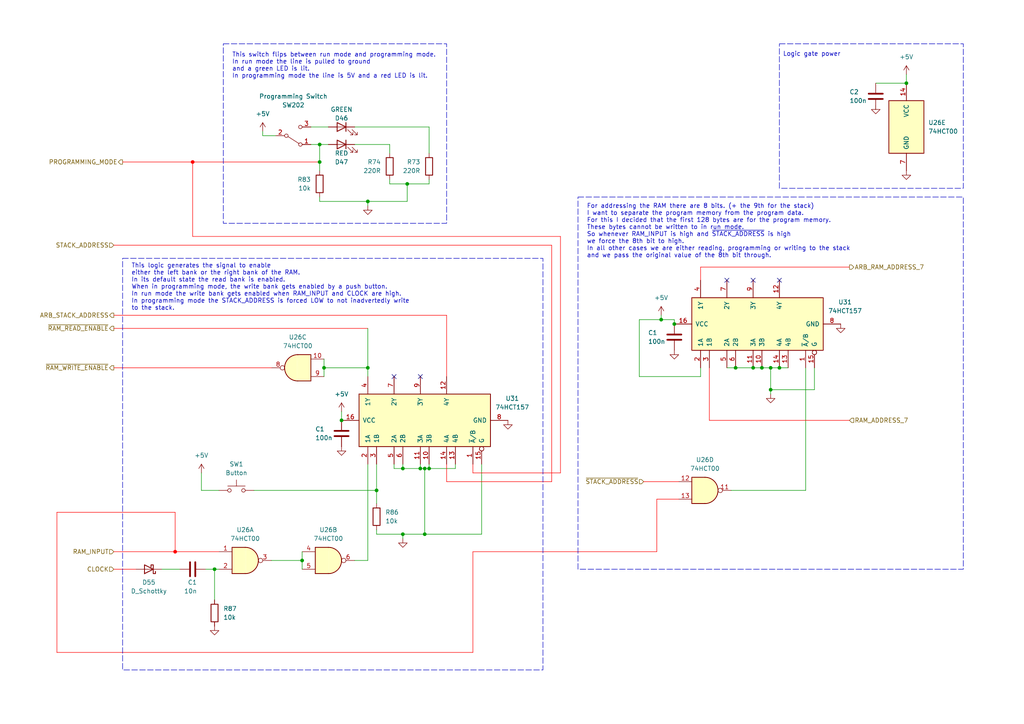
<source format=kicad_sch>
(kicad_sch (version 20230121) (generator eeschema)
  (paper "A4")
  (title_block (title "8-bit CPU") (date "2023-11-28") (rev "1.0") (company "TBR Designs"))
  (lib_symbols
    (symbol "01_my_library:74HCT157" (pin_names (offset 1.016))
      (property "Reference" "U" (at -7.62 20.32 0))
      (property "Value" "74HCT157" (at -7.62 -21.59 0))
      (symbol "74HCT157_1_0"
        (pin input line (at -12.7 -13.97 0) (length 5.08) (name "~{A}/B") (number "1"))
        (pin input line (at -12.7 -1.27 0) (length 5.08) (name "3B") (number "10"))
        (pin input line (at -12.7 1.27 0) (length 5.08) (name "3A") (number "11"))
        (pin output line (at 12.7 -6.35 180) (length 5.08) (name "4Y") (number "12"))
        (pin input line (at -12.7 -8.89 0) (length 5.08) (name "4B") (number "13"))
        (pin input line (at -12.7 -6.35 0) (length 5.08) (name "4A") (number "14"))
        (pin input inverted (at -12.7 -16.51 0) (length 5.08) (name "G") (number "15"))
        (pin power_in line (at 0 24.13 270) (length 5.08) (name "VCC") (number "16"))
        (pin input line (at -12.7 16.51 0) (length 5.08) (name "1A") (number "2"))
        (pin input line (at -12.7 13.97 0) (length 5.08) (name "1B") (number "3"))
        (pin output line (at 12.7 16.51 180) (length 5.08) (name "1Y") (number "4"))
        (pin input line (at -12.7 8.89 0) (length 5.08) (name "2A") (number "5"))
        (pin input line (at -12.7 6.35 0) (length 5.08) (name "2B") (number "6"))
        (pin output line (at 12.7 8.89 180) (length 5.08) (name "2Y") (number "7"))
        (pin power_in line (at 0 -24.13 90) (length 5.08) (name "GND") (number "8"))
        (pin output line (at 12.7 1.27 180) (length 5.08) (name "3Y") (number "9"))
      )
      (symbol "74HCT157_1_1"
        (rectangle (start -7.62 19.05) (end 7.62 -19.05) (stroke (width 0.254)) (fill (type background)))
      )
    )
    (symbol "74xx:74HCT00" (pin_names (offset 1.016))
      (property "Reference" "U" (at 0 1.27 0))
      (property "Value" "74HCT00" (at 0 -1.27 0))
      (symbol "74HCT00_1_1"
        (arc (start 0 -3.81) (mid 3.7934 0) (end 0 3.81) (stroke (width 0.254)) (fill (type background)))
        (polyline (pts (xy 0 3.81) (xy -3.81 3.81) (xy -3.81 -3.81) (xy 0 -3.81)) (stroke (width 0.254)) (fill (type background)))
        (pin input line (at -7.62 2.54 0) (length 3.81) (name "~") (number "1"))
        (pin input line (at -7.62 -2.54 0) (length 3.81) (name "~") (number "2"))
        (pin output inverted (at 7.62 0 180) (length 3.81) (name "~") (number "3"))
      )
      (symbol "74HCT00_1_2"
        (arc (start -3.81 -3.81) (mid -2.589 0) (end -3.81 3.81) (stroke (width 0.254)))
        (arc (start -0.6096 -3.81) (mid 2.1842 -2.5851) (end 3.81 0) (stroke (width 0.254)) (fill (type background)))
        (polyline (pts (xy -3.81 -3.81) (xy -0.635 -3.81)) (stroke (width 0.254)) (fill (type background)))
        (polyline (pts (xy -3.81 3.81) (xy -0.635 3.81)) (stroke (width 0.254)) (fill (type background)))
        (polyline (pts (xy -0.635 3.81) (xy -3.81 3.81) (xy -3.81 3.81) (xy -3.556 3.4036) (xy -3.0226 2.2606) (xy -2.6924 1.0414) (xy -2.6162 -0.254) (xy -2.7686 -1.4986) (xy -3.175 -2.7178) (xy -3.81 -3.81) (xy -3.81 -3.81) (xy -0.635 -3.81)) (stroke (width -25.4)) (fill (type background)))
        (arc (start 3.81 0) (mid 2.1915 2.5936) (end -0.6096 3.81) (stroke (width 0.254)) (fill (type background)))
        (pin input inverted (at -7.62 2.54 0) (length 4.318) (name "~") (number "1"))
        (pin input inverted (at -7.62 -2.54 0) (length 4.318) (name "~") (number "2"))
        (pin output line (at 7.62 0 180) (length 3.81) (name "~") (number "3"))
      )
      (symbol "74HCT00_2_1"
        (arc (start 0 -3.81) (mid 3.7934 0) (end 0 3.81) (stroke (width 0.254)) (fill (type background)))
        (polyline (pts (xy 0 3.81) (xy -3.81 3.81) (xy -3.81 -3.81) (xy 0 -3.81)) (stroke (width 0.254)) (fill (type background)))
        (pin input line (at -7.62 2.54 0) (length 3.81) (name "~") (number "4"))
        (pin input line (at -7.62 -2.54 0) (length 3.81) (name "~") (number "5"))
        (pin output inverted (at 7.62 0 180) (length 3.81) (name "~") (number "6"))
      )
      (symbol "74HCT00_2_2"
        (arc (start -3.81 -3.81) (mid -2.589 0) (end -3.81 3.81) (stroke (width 0.254)))
        (arc (start -0.6096 -3.81) (mid 2.1842 -2.5851) (end 3.81 0) (stroke (width 0.254)) (fill (type background)))
        (polyline (pts (xy -3.81 -3.81) (xy -0.635 -3.81)) (stroke (width 0.254)) (fill (type background)))
        (polyline (pts (xy -3.81 3.81) (xy -0.635 3.81)) (stroke (width 0.254)) (fill (type background)))
        (polyline (pts (xy -0.635 3.81) (xy -3.81 3.81) (xy -3.81 3.81) (xy -3.556 3.4036) (xy -3.0226 2.2606) (xy -2.6924 1.0414) (xy -2.6162 -0.254) (xy -2.7686 -1.4986) (xy -3.175 -2.7178) (xy -3.81 -3.81) (xy -3.81 -3.81) (xy -0.635 -3.81)) (stroke (width -25.4)) (fill (type background)))
        (arc (start 3.81 0) (mid 2.1915 2.5936) (end -0.6096 3.81) (stroke (width 0.254)) (fill (type background)))
        (pin input inverted (at -7.62 2.54 0) (length 4.318) (name "~") (number "4"))
        (pin input inverted (at -7.62 -2.54 0) (length 4.318) (name "~") (number "5"))
        (pin output line (at 7.62 0 180) (length 3.81) (name "~") (number "6"))
      )
      (symbol "74HCT00_3_1"
        (arc (start 0 -3.81) (mid 3.7934 0) (end 0 3.81) (stroke (width 0.254)) (fill (type background)))
        (polyline (pts (xy 0 3.81) (xy -3.81 3.81) (xy -3.81 -3.81) (xy 0 -3.81)) (stroke (width 0.254)) (fill (type background)))
        (pin input line (at -7.62 -2.54 0) (length 3.81) (name "~") (number "10"))
        (pin output inverted (at 7.62 0 180) (length 3.81) (name "~") (number "8"))
        (pin input line (at -7.62 2.54 0) (length 3.81) (name "~") (number "9"))
      )
      (symbol "74HCT00_3_2"
        (arc (start -3.81 -3.81) (mid -2.589 0) (end -3.81 3.81) (stroke (width 0.254)))
        (arc (start -0.6096 -3.81) (mid 2.1842 -2.5851) (end 3.81 0) (stroke (width 0.254)) (fill (type background)))
        (polyline (pts (xy -3.81 -3.81) (xy -0.635 -3.81)) (stroke (width 0.254)) (fill (type background)))
        (polyline (pts (xy -3.81 3.81) (xy -0.635 3.81)) (stroke (width 0.254)) (fill (type background)))
        (polyline (pts (xy -0.635 3.81) (xy -3.81 3.81) (xy -3.81 3.81) (xy -3.556 3.4036) (xy -3.0226 2.2606) (xy -2.6924 1.0414) (xy -2.6162 -0.254) (xy -2.7686 -1.4986) (xy -3.175 -2.7178) (xy -3.81 -3.81) (xy -3.81 -3.81) (xy -0.635 -3.81)) (stroke (width -25.4)) (fill (type background)))
        (arc (start 3.81 0) (mid 2.1915 2.5936) (end -0.6096 3.81) (stroke (width 0.254)) (fill (type background)))
        (pin input inverted (at -7.62 -2.54 0) (length 4.318) (name "~") (number "10"))
        (pin output line (at 7.62 0 180) (length 3.81) (name "~") (number "8"))
        (pin input inverted (at -7.62 2.54 0) (length 4.318) (name "~") (number "9"))
      )
      (symbol "74HCT00_4_1"
        (arc (start 0 -3.81) (mid 3.7934 0) (end 0 3.81) (stroke (width 0.254)) (fill (type background)))
        (polyline (pts (xy 0 3.81) (xy -3.81 3.81) (xy -3.81 -3.81) (xy 0 -3.81)) (stroke (width 0.254)) (fill (type background)))
        (pin output inverted (at 7.62 0 180) (length 3.81) (name "~") (number "11"))
        (pin input line (at -7.62 2.54 0) (length 3.81) (name "~") (number "12"))
        (pin input line (at -7.62 -2.54 0) (length 3.81) (name "~") (number "13"))
      )
      (symbol "74HCT00_4_2"
        (arc (start -3.81 -3.81) (mid -2.589 0) (end -3.81 3.81) (stroke (width 0.254)))
        (arc (start -0.6096 -3.81) (mid 2.1842 -2.5851) (end 3.81 0) (stroke (width 0.254)) (fill (type background)))
        (polyline (pts (xy -3.81 -3.81) (xy -0.635 -3.81)) (stroke (width 0.254)) (fill (type background)))
        (polyline (pts (xy -3.81 3.81) (xy -0.635 3.81)) (stroke (width 0.254)) (fill (type background)))
        (polyline (pts (xy -0.635 3.81) (xy -3.81 3.81) (xy -3.81 3.81) (xy -3.556 3.4036) (xy -3.0226 2.2606) (xy -2.6924 1.0414) (xy -2.6162 -0.254) (xy -2.7686 -1.4986) (xy -3.175 -2.7178) (xy -3.81 -3.81) (xy -3.81 -3.81) (xy -0.635 -3.81)) (stroke (width -25.4)) (fill (type background)))
        (arc (start 3.81 0) (mid 2.1915 2.5936) (end -0.6096 3.81) (stroke (width 0.254)) (fill (type background)))
        (pin output line (at 7.62 0 180) (length 3.81) (name "~") (number "11"))
        (pin input inverted (at -7.62 2.54 0) (length 4.318) (name "~") (number "12"))
        (pin input inverted (at -7.62 -2.54 0) (length 4.318) (name "~") (number "13"))
      )
      (symbol "74HCT00_5_0"
        (pin power_in line (at 0 12.7 270) (length 5.08) (name "VCC") (number "14"))
        (pin power_in line (at 0 -12.7 90) (length 5.08) (name "GND") (number "7"))
      )
      (symbol "74HCT00_5_1"
        (rectangle (start -5.08 7.62) (end 5.08 -7.62) (stroke (width 0.254)) (fill (type background)))
      )
    )
    (symbol "Device:C" (pin_numbers hide) (pin_names (offset 0.254))
      (property "Reference" "C" (at 0.635 2.54 0))
      (property "Value" "C" (at 0.635 -2.54 0))
      (symbol "C_0_1"
        (polyline (pts (xy -2.032 -0.762) (xy 2.032 -0.762)) (stroke (width 0.508)))
        (polyline (pts (xy -2.032 0.762) (xy 2.032 0.762)) (stroke (width 0.508)))
      )
      (symbol "C_1_1"
        (pin passive line (at 0 3.81 270) (length 2.794) (name "~") (number "1"))
        (pin passive line (at 0 -3.81 90) (length 2.794) (name "~") (number "2"))
      )
    )
    (symbol "Device:D_Schottky" (pin_numbers hide) (pin_names (offset 1.016) hide)
      (property "Reference" "D" (at 0 2.54 0))
      (property "Value" "D_Schottky" (at 0 -2.54 0))
      (symbol "D_Schottky_0_1"
        (polyline (pts (xy 1.27 0) (xy -1.27 0)))
        (polyline (pts (xy 1.27 1.27) (xy 1.27 -1.27) (xy -1.27 0) (xy 1.27 1.27)) (stroke (width 0.254)))
        (polyline (pts (xy -1.905 0.635) (xy -1.905 1.27) (xy -1.27 1.27) (xy -1.27 -1.27) (xy -0.635 -1.27) (xy -0.635 -0.635)) (stroke (width 0.254)))
      )
      (symbol "D_Schottky_1_1"
        (pin passive line (at -3.81 0 0) (length 2.54) (name "K") (number "1"))
        (pin passive line (at 3.81 0 180) (length 2.54) (name "A") (number "2"))
      )
    )
    (symbol "Device:LED" (pin_numbers hide) (pin_names (offset 1.016) hide)
      (property "Reference" "D" (at 0 2.54 0))
      (property "Value" "LED" (at 0 -2.54 0))
      (symbol "LED_0_1"
        (polyline (pts (xy -1.27 -1.27) (xy -1.27 1.27)) (stroke (width 0.254)))
        (polyline (pts (xy -1.27 0) (xy 1.27 0)))
        (polyline (pts (xy 1.27 -1.27) (xy 1.27 1.27) (xy -1.27 0) (xy 1.27 -1.27)) (stroke (width 0.254)))
        (polyline (pts (xy -3.048 -0.762) (xy -4.572 -2.286) (xy -3.81 -2.286) (xy -4.572 -2.286) (xy -4.572 -1.524)))
        (polyline (pts (xy -1.778 -0.762) (xy -3.302 -2.286) (xy -2.54 -2.286) (xy -3.302 -2.286) (xy -3.302 -1.524)))
      )
      (symbol "LED_1_1"
        (pin passive line (at -3.81 0 0) (length 2.54) (name "K") (number "1"))
        (pin passive line (at 3.81 0 180) (length 2.54) (name "A") (number "2"))
      )
    )
    (symbol "Device:R" (pin_numbers hide) (pin_names (offset 0))
      (property "Reference" "R" (at 2.032 0 90))
      (property "Value" "R" (at 0 0 90))
      (symbol "R_0_1"
        (rectangle (start -1.016 -2.54) (end 1.016 2.54) (stroke (width 0.254)))
      )
      (symbol "R_1_1"
        (pin passive line (at 0 3.81 270) (length 1.27) (name "~") (number "1"))
        (pin passive line (at 0 -3.81 90) (length 1.27) (name "~") (number "2"))
      )
    )
    (symbol "Switch:SW_Push" (pin_numbers hide) (pin_names (offset 1.016) hide)
      (property "Reference" "SW" (at 1.27 2.54 0))
      (property "Value" "SW_Push" (at 0 -1.524 0))
      (symbol "SW_Push_0_1"
        (circle (center -2.032 0) (radius 0.508))
        (polyline (pts (xy 0 1.27) (xy 0 3.048)))
        (polyline (pts (xy 2.54 1.27) (xy -2.54 1.27)))
        (circle (center 2.032 0) (radius 0.508))
        (pin passive line (at -5.08 0 0) (length 2.54) (name "1") (number "1"))
        (pin passive line (at 5.08 0 180) (length 2.54) (name "2") (number "2"))
      )
    )
    (symbol "Switch:SW_SPDT" (pin_names (offset 0) hide)
      (property "Reference" "SW" (at 0 4.318 0))
      (property "Value" "SW_SPDT" (at 0 -5.08 0))
      (symbol "SW_SPDT_0_0"
        (circle (center -2.032 0) (radius 0.508))
        (circle (center 2.032 -2.54) (radius 0.508))
      )
      (symbol "SW_SPDT_0_1"
        (polyline (pts (xy -1.524 0.254) (xy 1.651 2.286)))
        (circle (center 2.032 2.54) (radius 0.508))
      )
      (symbol "SW_SPDT_1_1"
        (pin passive line (at 5.08 2.54 180) (length 2.54) (name "A") (number "1"))
        (pin passive line (at -5.08 0 0) (length 2.54) (name "B") (number "2"))
        (pin passive line (at 5.08 -2.54 180) (length 2.54) (name "C") (number "3"))
      )
    )
    (symbol "power:+5V" (power) (pin_names (offset 0))
      (property "Value" "+5V" (at 0 3.556 0))
      (symbol "+5V_0_1"
        (polyline (pts (xy -0.762 1.27) (xy 0 2.54)))
        (polyline (pts (xy 0 0) (xy 0 2.54)))
        (polyline (pts (xy 0 2.54) (xy 0.762 1.27)))
      )
      (symbol "+5V_1_1"
        (pin power_in line (at 0 0 90) (length 0) hide (name "+5V") (number "1"))
      )
    )
    (symbol "power:GND" (power) (pin_names (offset 0))
      (property "Value" "GND" (at 0 -3.81 0))
      (symbol "GND_0_1"
        (polyline (pts (xy 0 0) (xy 0 -1.27) (xy 1.27 -1.27) (xy 0 -2.54) (xy -1.27 -1.27) (xy 0 -1.27)))
      )
      (symbol "GND_1_1"
        (pin power_in line (at 0 0 270) (length 0) hide (name "GND") (number "1"))
      )
    )
  )
  (junction (at 92.71 41.91))
  (junction (at 93.98 106.68))
  (junction (at 116.84 154.94))
  (junction (at 123.19 135.89))
  (junction (at 118.11 53.34))
  (junction (at 262.89 24.13))
  (junction (at 106.68 106.68))
  (junction (at 124.46 135.89))
  (junction (at 218.44 106.68))
  (junction (at 50.8 160.02) (color 255 0 0 1))
  (junction (at 223.52 113.03))
  (junction (at 62.23 165.1))
  (junction (at 109.22 142.24))
  (junction (at 213.36 106.68))
  (junction (at 87.63 162.56))
  (junction (at 55.88 46.99) (color 255 0 0 1))
  (junction (at 223.52 106.68))
  (junction (at 123.19 154.94))
  (junction (at 191.77 92.71))
  (junction (at 226.06 106.68))
  (junction (at 220.98 106.68))
  (junction (at 106.68 58.42))
  (junction (at 121.92 135.89))
  (junction (at 99.06 121.92))
  (junction (at 92.71 46.99))
  (junction (at 116.84 135.89))
  (junction (at 195.58 93.98))
  (no_connect (at 114.3 109.22))
  (no_connect (at 121.92 109.22))
  (no_connect (at 226.06 81.28))
  (no_connect (at 218.44 81.28))
  (no_connect (at 210.82 81.28))
  (wire (pts (xy 203.2 77.47) (xy 246.38 77.47)) (stroke (width 0) (color 255 0 0 1)))
  (wire (pts (xy 190.5 144.78) (xy 190.5 160.02)) (stroke (width 0) (color 255 0 0 1)))
  (wire (pts (xy 59.69 165.1) (xy 62.23 165.1)))
  (wire (pts (xy 92.71 58.42) (xy 92.71 57.15)))
  (wire (pts (xy 33.02 95.25) (xy 106.68 95.25)) (stroke (width 0) (color 255 0 0 1)))
  (wire (pts (xy 124.46 135.89) (xy 132.08 135.89)))
  (wire (pts (xy 233.68 142.24) (xy 233.68 106.68)))
  (wire (pts (xy 262.89 21.59) (xy 262.89 24.13)))
  (wire (pts (xy 254 30.48) (xy 254 31.75)))
  (wire (pts (xy 160.02 71.12) (xy 160.02 139.7)) (stroke (width 0) (color 255 0 0 1)))
  (wire (pts (xy 218.44 106.68) (xy 220.98 106.68)))
  (wire (pts (xy 33.02 71.12) (xy 160.02 71.12)) (stroke (width 0) (color 255 0 0 1)))
  (wire (pts (xy 137.16 189.23) (xy 16.51 189.23)) (stroke (width 0) (color 255 0 0 1)))
  (wire (pts (xy 116.84 135.89) (xy 116.84 134.62)))
  (wire (pts (xy 137.16 137.16) (xy 162.56 137.16)) (stroke (width 0) (color 255 0 0 1)))
  (wire (pts (xy 121.92 135.89) (xy 121.92 134.62)))
  (wire (pts (xy 205.74 121.92) (xy 205.74 106.68)) (stroke (width 0) (color 255 0 0 1)))
  (wire (pts (xy 116.84 154.94) (xy 123.19 154.94)))
  (wire (pts (xy 254 24.13) (xy 262.89 24.13)))
  (wire (pts (xy 191.77 92.71) (xy 195.58 92.71)))
  (wire (pts (xy 109.22 154.94) (xy 109.22 153.67)))
  (wire (pts (xy 106.68 106.68) (xy 93.98 106.68)))
  (wire (pts (xy 116.84 156.21) (xy 116.84 154.94)))
  (wire (pts (xy 95.25 36.83) (xy 90.17 36.83)))
  (wire (pts (xy 113.03 53.34) (xy 113.03 52.07)))
  (wire (pts (xy 50.8 160.02) (xy 63.5 160.02)) (stroke (width 0) (color 255 0 0 1)))
  (wire (pts (xy 137.16 160.02) (xy 137.16 189.23)) (stroke (width 0) (color 255 0 0 1)))
  (wire (pts (xy 223.52 113.03) (xy 236.22 113.03)))
  (wire (pts (xy 76.2 38.1) (xy 76.2 39.37)))
  (wire (pts (xy 87.63 160.02) (xy 87.63 162.56)))
  (wire (pts (xy 87.63 162.56) (xy 87.63 165.1)))
  (wire (pts (xy 58.42 142.24) (xy 58.42 137.16)))
  (wire (pts (xy 73.66 142.24) (xy 109.22 142.24)))
  (wire (pts (xy 124.46 135.89) (xy 124.46 134.62)))
  (wire (pts (xy 210.82 106.68) (xy 213.36 106.68)))
  (wire (pts (xy 92.71 41.91) (xy 90.17 41.91)))
  (wire (pts (xy 33.02 160.02) (xy 50.8 160.02)) (stroke (width 0) (color 255 0 0 1)))
  (wire (pts (xy 213.36 106.68) (xy 218.44 106.68)))
  (wire (pts (xy 223.52 106.68) (xy 226.06 106.68)))
  (wire (pts (xy 116.84 135.89) (xy 121.92 135.89)))
  (wire (pts (xy 195.58 92.71) (xy 195.58 93.98)))
  (wire (pts (xy 62.23 165.1) (xy 63.5 165.1)))
  (wire (pts (xy 93.98 106.68) (xy 93.98 109.22)))
  (wire (pts (xy 223.52 106.68) (xy 223.52 113.03)))
  (wire (pts (xy 185.42 92.71) (xy 191.77 92.71)))
  (wire (pts (xy 55.88 46.99) (xy 92.71 46.99)) (stroke (width 0) (color 255 0 0 1)))
  (wire (pts (xy 124.46 36.83) (xy 124.46 44.45)))
  (wire (pts (xy 78.74 162.56) (xy 87.63 162.56)))
  (wire (pts (xy 236.22 106.68) (xy 236.22 113.03)))
  (wire (pts (xy 16.51 148.59) (xy 50.8 148.59)) (stroke (width 0) (color 255 0 0 1)))
  (wire (pts (xy 223.52 113.03) (xy 223.52 114.3)))
  (wire (pts (xy 129.54 91.44) (xy 33.02 91.44)) (stroke (width 0) (color 255 0 0 1)))
  (wire (pts (xy 33.02 106.68) (xy 78.74 106.68)) (stroke (width 0) (color 255 0 0 1)))
  (wire (pts (xy 106.68 162.56) (xy 102.87 162.56)))
  (wire (pts (xy 160.02 139.7) (xy 129.54 139.7)) (stroke (width 0) (color 255 0 0 1)))
  (wire (pts (xy 132.08 135.89) (xy 132.08 134.62)))
  (wire (pts (xy 46.99 165.1) (xy 52.07 165.1)))
  (wire (pts (xy 63.5 142.24) (xy 58.42 142.24)))
  (wire (pts (xy 121.92 135.89) (xy 123.19 135.89)))
  (wire (pts (xy 203.2 109.22) (xy 185.42 109.22)))
  (wire (pts (xy 35.56 46.99) (xy 55.88 46.99)) (stroke (width 0) (color 255 0 0 1)))
  (wire (pts (xy 93.98 104.14) (xy 93.98 106.68)))
  (wire (pts (xy 109.22 142.24) (xy 109.22 146.05)))
  (wire (pts (xy 118.11 53.34) (xy 113.03 53.34)))
  (wire (pts (xy 139.7 154.94) (xy 123.19 154.94)))
  (wire (pts (xy 124.46 36.83) (xy 102.87 36.83)))
  (wire (pts (xy 106.68 58.42) (xy 118.11 58.42)))
  (wire (pts (xy 106.68 58.42) (xy 106.68 59.69)))
  (wire (pts (xy 129.54 109.22) (xy 129.54 91.44)) (stroke (width 0) (color 255 0 0 1)))
  (wire (pts (xy 190.5 160.02) (xy 137.16 160.02)) (stroke (width 0) (color 255 0 0 1)))
  (wire (pts (xy 95.25 41.91) (xy 92.71 41.91)))
  (wire (pts (xy 246.38 121.92) (xy 205.74 121.92)) (stroke (width 0) (color 255 0 0 1)))
  (wire (pts (xy 203.2 81.28) (xy 203.2 77.47)) (stroke (width 0) (color 255 0 0 1)))
  (wire (pts (xy 220.98 106.68) (xy 223.52 106.68)))
  (wire (pts (xy 139.7 134.62) (xy 139.7 154.94)))
  (wire (pts (xy 129.54 139.7) (xy 129.54 134.62)) (stroke (width 0) (color 255 0 0 1)))
  (wire (pts (xy 226.06 106.68) (xy 228.6 106.68)))
  (wire (pts (xy 106.68 134.62) (xy 106.68 162.56)))
  (wire (pts (xy 106.68 95.25) (xy 106.68 106.68)))
  (wire (pts (xy 92.71 41.91) (xy 92.71 46.99)))
  (wire (pts (xy 55.88 68.58) (xy 55.88 46.99)) (stroke (width 0) (color 255 0 0 1)))
  (wire (pts (xy 191.77 91.44) (xy 191.77 92.71)))
  (wire (pts (xy 92.71 46.99) (xy 92.71 49.53)))
  (wire (pts (xy 33.02 165.1) (xy 39.37 165.1)) (stroke (width 0) (color 255 0 0 1)))
  (wire (pts (xy 185.42 109.22) (xy 185.42 92.71)))
  (wire (pts (xy 109.22 154.94) (xy 116.84 154.94)))
  (wire (pts (xy 109.22 134.62) (xy 109.22 142.24)))
  (wire (pts (xy 106.68 58.42) (xy 92.71 58.42)))
  (wire (pts (xy 114.3 135.89) (xy 114.3 134.62)))
  (wire (pts (xy 124.46 53.34) (xy 118.11 53.34)))
  (wire (pts (xy 106.68 109.22) (xy 106.68 106.68)))
  (wire (pts (xy 50.8 148.59) (xy 50.8 160.02)) (stroke (width 0) (color 255 0 0 1)))
  (wire (pts (xy 114.3 135.89) (xy 116.84 135.89)))
  (wire (pts (xy 137.16 134.62) (xy 137.16 137.16)) (stroke (width 0) (color 255 0 0 1)))
  (wire (pts (xy 118.11 53.34) (xy 118.11 58.42)))
  (wire (pts (xy 123.19 135.89) (xy 124.46 135.89)))
  (wire (pts (xy 102.87 41.91) (xy 113.03 41.91)))
  (wire (pts (xy 162.56 137.16) (xy 162.56 68.58)) (stroke (width 0) (color 255 0 0 1)))
  (wire (pts (xy 203.2 106.68) (xy 203.2 109.22)))
  (wire (pts (xy 162.56 68.58) (xy 55.88 68.58)) (stroke (width 0) (color 255 0 0 1)))
  (wire (pts (xy 113.03 41.91) (xy 113.03 44.45)))
  (wire (pts (xy 196.85 144.78) (xy 190.5 144.78)) (stroke (width 0) (color 255 0 0 1)))
  (wire (pts (xy 124.46 53.34) (xy 124.46 52.07)))
  (wire (pts (xy 212.09 142.24) (xy 233.68 142.24)))
  (wire (pts (xy 76.2 39.37) (xy 80.01 39.37)))
  (wire (pts (xy 16.51 189.23) (xy 16.51 148.59)) (stroke (width 0) (color 255 0 0 1)))
  (wire (pts (xy 99.06 119.38) (xy 99.06 121.92)))
  (wire (pts (xy 186.69 139.7) (xy 196.85 139.7)) (stroke (width 0) (color 255 0 0 1)))
  (wire (pts (xy 123.19 135.89) (xy 123.19 154.94)))
  (wire (pts (xy 62.23 165.1) (xy 62.23 173.99)))
  (rectangle (start 64.77 12.7) (end 129.54 64.77) (stroke (width 0) (type dash)))
  (rectangle (start 167.64 57.15) (end 279.4 165.1) (stroke (width 0) (type dash)))
  (rectangle (start 35.56 74.93) (end 157.48 194.31) (stroke (width 0) (type dash)))
  (rectangle (start 226.06 12.7) (end 279.4 54.61) (stroke (width 0) (type dash)))
  (text "Logic gate power" (at 243.84 16.51 0) (effects (font (size 1.27 1.27)) (justify right bottom)))
  (text "This switch flips between run mode and programming mode.\nIn run mode the line is pulled to ground\nand a green LED is lit.\nIn programming mode the line is 5V and a red LED is lit." (at 67.31 22.86 0) (effects (font (size 1.27 1.27)) (justify left bottom)))
  (text "For addressing the RAM there are 8 bits. (+ the 9th for the stack)\nI want to separate the program memory from the program data.\nFor this I decided that the first 128 bytes are for the program memory.\nThese bytes cannot be written to in run mode.\nSo whenever RAM_INPUT is high and ~{STACK_ADDRESS} is high\nwe force the 8th bit to high.\nIn all other cases we are either reading, programming or writing to the stack \nand we pass the original value of the 8th bit through. " (at 170.18 74.93 0) (effects (font (size 1.27 1.27)) (justify left bottom)))
  (text "This logic generates the signal to enable\neither the left bank or the right bank of the RAM.\nIn its default state the read bank is enabled.\nWhen in programming mode, the write bank gets enabled by a push button.\nIn run mode the write bank gets enabled when RAM_INPUT and CLOCK are high.\nIn programming mode the STACK_ADDRESS is forced LOW to not inadvertedly write\nto the stack." (at 38.1 90.17 0) (effects (font (size 1.27 1.27)) (justify left bottom)))
  (hierarchical_label "PROGRAMMING_MODE" (shape output) (at 35.56 46.99 180))
  (hierarchical_label "RAM_ADDRESS_7" (shape input) (at 246.38 121.92 0))
  (hierarchical_label "~{STACK_ADDRESS}" (shape input) (at 186.69 139.7 180))
  (hierarchical_label "ARB_RAM_ADDRESS_7" (shape output) (at 246.38 77.47 0))
  (hierarchical_label "ARB_STACK_ADDRESS" (shape output) (at 33.02 91.44 180))
  (hierarchical_label "CLOCK" (shape input) (at 33.02 165.1 180))
  (hierarchical_label "STACK_ADDRESS" (shape input) (at 33.02 71.12 180))
  (hierarchical_label "~{RAM_READ_ENABLE}" (shape output) (at 33.02 95.25 180))
  (hierarchical_label "~{RAM_WRITE_ENABLE}" (shape output) (at 33.02 106.68 180))
  (hierarchical_label "RAM_INPUT" (shape input) (at 33.02 160.02 180))
  (symbol (lib_id "power:GND") (at 99.06 129.54 0) (unit 1)
    (property "Reference" "#PWR03" (effects hide))
    (property "Value" "GND" (effects hide))
    (instances (project "8-bit-cpu" (path "" (reference "#PWR03") (unit 1)) (path "" (reference "#PWR039") (unit 1)) (path "" (reference "#PWR047") (unit 1)) (path "" (reference "#PWR058") (unit 1)) (path "" (reference "#PWR?") (unit 1)) (path "" (reference "#PWR0148") (unit 1)) (path "" (reference "#PWR0123") (unit 1))))
  )
  (symbol (lib_id "Switch:SW_Push") (at 68.58 142.24 0) (unit 1)
    (property "Reference" "SW1" (at 68.58 134.62 0))
    (property "Value" "Button" (at 68.58 137.16 0))
    (property "Footprint" "Button_Switch_THT:SW_PUSH_6mm" (effects hide))
    (instances (project "8-bit-cpu" (path "" (reference "SW1") (unit 1)) (path "" (reference "SW6") (unit 1))))
  )
  (symbol (lib_id "01_my_library:74HCT157") (at 123.19 121.92 90) (unit 1)
    (property "Reference" "U31" (at 148.59 115.57 90))
    (property "Value" "74HCT157" (at 148.59 118.11 90))
    (property "Footprint" "Package_DIP:DIP-16_W7.62mm" (effects hide))
    (property "Datasheet" "https://www.ti.com/lit/ds/symlink/sn74hct157.pdf" (effects hide))
    (instances (project "8-bit-cpu" (path "" (reference "U31") (unit 1)) (path "" (reference "U?") (unit 1)) (path "" (reference "U34") (unit 1)) (path "" (reference "U28") (unit 1))))
  )
  (symbol (lib_id "74xx:74HCT00") (at 262.89 36.83 0) (unit 5)
    (property "Reference" "U26" (at 269.24 35.56 0) (effects (justify left)))
    (property "Value" "74HCT00" (at 269.24 38.1 0) (effects (justify left)))
    (property "Footprint" "Package_DIP:DIP-14_W7.62mm" (effects hide))
    (property "Datasheet" "http://www.ti.com/lit/gpn/sn74hct00" (effects hide))
  )
  (symbol (lib_id "power:+5V") (at 58.42 137.16 0) (unit 1)
    (property "Reference" "#PWR040" (effects hide))
    (property "Value" "+5V" (at 58.42 132.08 0))
    (instances (project "8-bit-cpu" (path "" (reference "#PWR040") (unit 1)) (path "" (reference "#PWR046") (unit 1)) (path "" (reference "#PWR057") (unit 1)) (path "" (reference "#PWR?") (unit 1)) (path "" (reference "#PWR0147") (unit 1)) (path "" (reference "#PWR0124") (unit 1))))
  )
  (symbol (lib_id "Device:D_Schottky") (at 43.18 165.1 180) (unit 1)
    (property "Reference" "D55" (at 43.18 168.91 0))
    (property "Value" "D_Schottky" (at 43.18 171.45 0))
    (property "Footprint" "Diode_THT:D_DO-41_SOD81_P7.62mm_Horizontal" (effects hide))
  )
  (symbol (lib_id "Device:LED") (at 99.06 36.83 0) (mirror y) (unit 1)
    (property "Reference" "D46" (at 99.06 34.29 0))
    (property "Value" "GREEN" (at 99.06 31.75 0))
    (property "Footprint" "LED_THT:LED_D5.0mm" (effects hide))
    (instances (project "8-bit-cpu" (path "" (reference "D46") (unit 1)) (path "" (reference "D53") (unit 1))))
  )
  (symbol (lib_id "74xx:74HCT00") (at 71.12 162.56 0) (unit 1)
    (property "Reference" "U26" (at 71.1117 153.67 0))
    (property "Value" "74HCT00" (at 71.1117 156.21 0))
    (property "Footprint" "Package_DIP:DIP-14_W7.62mm" (effects hide))
    (property "Datasheet" "http://www.ti.com/lit/gpn/sn74hct00" (effects hide))
  )
  (symbol (lib_id "Device:R") (at 124.46 48.26 0) (mirror y) (unit 1)
    (property "Reference" "R73" (at 121.92 46.99 0) (effects (justify left)))
    (property "Value" "220R" (at 121.92 49.53 0) (effects (justify left)))
    (property "Footprint" "Resistor_THT:R_Axial_DIN0204_L3.6mm_D1.6mm_P7.62mm_Horizontal" (effects hide))
    (instances (project "8-bit-cpu" (path "" (reference "R73") (unit 1)) (path "" (reference "R84") (unit 1))))
  )
  (symbol (lib_id "Device:R") (at 92.71 53.34 0) (mirror y) (unit 1)
    (property "Reference" "R83" (at 90.17 52.07 0) (effects (justify left)))
    (property "Value" "10k" (at 90.17 54.61 0) (effects (justify left)))
    (property "Footprint" "Resistor_THT:R_Axial_DIN0204_L3.6mm_D1.6mm_P7.62mm_Horizontal" (effects hide))
    (instances (project "8-bit-cpu" (path "" (reference "R83") (unit 1)) (path "" (reference "R85") (unit 1))))
  )
  (symbol (lib_id "74xx:74HCT00") (at 204.47 142.24 0) (unit 4)
    (property "Reference" "U26" (at 204.4617 133.35 0))
    (property "Value" "74HCT00" (at 204.4617 135.89 0))
    (property "Footprint" "Package_DIP:DIP-14_W7.62mm" (effects hide))
    (property "Datasheet" "http://www.ti.com/lit/gpn/sn74hct00" (effects hide))
  )
  (symbol (lib_id "power:+5V") (at 76.2 38.1 0) (mirror y) (unit 1)
    (property "Reference" "#PWR07" (effects hide))
    (property "Value" "+5V" (at 76.2 33.02 0))
    (instances (project "8-bit-cpu" (path "" (reference "#PWR07") (unit 1)) (path "" (reference "#PWR0815") (unit 1)) (path "" (reference "#PWR0121") (unit 1)) (path "" (reference "#PWR0113") (unit 1))))
  )
  (symbol (lib_id "power:+5V") (at 262.89 21.59 0) (unit 1)
    (property "Reference" "#PWR03" (effects hide))
    (property "Value" "+5V" (at 262.89 16.51 0))
    (instances (project "8-bit-cpu" (path "" (reference "#PWR03") (unit 1)) (path "" (reference "#PWR0111") (unit 1))))
  )
  (symbol (lib_id "power:GND") (at 147.32 121.92 0) (unit 1)
    (property "Reference" "#PWR03" (effects hide))
    (property "Value" "GND" (effects hide))
    (instances (project "8-bit-cpu" (path "" (reference "#PWR03") (unit 1)) (path "" (reference "#PWR039") (unit 1)) (path "" (reference "#PWR047") (unit 1)) (path "" (reference "#PWR058") (unit 1)) (path "" (reference "#PWR?") (unit 1)) (path "" (reference "#PWR0142") (unit 1)) (path "" (reference "#PWR0122") (unit 1))))
  )
  (symbol (lib_id "74xx:74HCT00") (at 95.25 162.56 0) (unit 2)
    (property "Reference" "U26" (at 95.2417 153.67 0))
    (property "Value" "74HCT00" (at 95.2417 156.21 0))
    (property "Footprint" "Package_DIP:DIP-14_W7.62mm" (effects hide))
    (property "Datasheet" "http://www.ti.com/lit/gpn/sn74hct00" (effects hide))
  )
  (symbol (lib_id "power:GND") (at 106.68 59.69 0) (mirror y) (unit 1)
    (property "Reference" "#PWR0125" (effects hide))
    (property "Value" "GND" (effects hide))
    (instances (project "8-bit-cpu" (path "" (reference "#PWR0125") (unit 1)) (path "" (reference "#PWR0116") (unit 1))))
  )
  (symbol (lib_id "01_my_library:74HCT157") (at 219.71 93.98 90) (unit 1)
    (property "Reference" "U31" (at 245.11 87.63 90))
    (property "Value" "74HCT157" (at 245.11 90.17 90))
    (property "Footprint" "Package_DIP:DIP-16_W7.62mm" (effects hide))
    (property "Datasheet" "https://www.ti.com/lit/ds/symlink/sn74hct157.pdf" (effects hide))
    (instances (project "8-bit-cpu" (path "" (reference "U31") (unit 1)) (path "" (reference "U?") (unit 1)) (path "" (reference "U34") (unit 1)) (path "" (reference "U27") (unit 1))))
  )
  (symbol (lib_id "power:GND") (at 254 30.48 0) (unit 1)
    (property "Reference" "#PWR09" (effects hide))
    (property "Value" "GND" (effects hide))
    (instances (project "8-bit-cpu" (path "" (reference "#PWR09") (unit 1)) (path "" (reference "#PWR0112") (unit 1))))
  )
  (symbol (lib_id "Device:C") (at 55.88 165.1 90) (unit 1)
    (property "Reference" "C1" (at 57.15 168.91 90) (effects (justify left)))
    (property "Value" "10n" (at 57.15 171.45 90) (effects (justify left)))
    (property "Footprint" "01_my_library:C_Disc_D4.0mm_W2.6mm_P2.50mm" (effects hide))
    (instances (project "8-bit-cpu" (path "" (reference "C1") (unit 1)) (path "" (reference "C12") (unit 1)) (path "" (reference "C15") (unit 1)) (path "" (reference "C18") (unit 1)) (path "" (reference "C?") (unit 1)) (path "" (reference "C42") (unit 1)) (path "" (reference "C35") (unit 1))))
  )
  (symbol (lib_id "Device:R") (at 113.03 48.26 0) (mirror y) (unit 1)
    (property "Reference" "R74" (at 110.49 46.99 0) (effects (justify left)))
    (property "Value" "220R" (at 110.49 49.53 0) (effects (justify left)))
    (property "Footprint" "Resistor_THT:R_Axial_DIN0204_L3.6mm_D1.6mm_P7.62mm_Horizontal" (effects hide))
    (instances (project "8-bit-cpu" (path "" (reference "R74") (unit 1)) (path "" (reference "R83") (unit 1))))
  )
  (symbol (lib_id "power:GND") (at 243.84 93.98 0) (unit 1)
    (property "Reference" "#PWR03" (effects hide))
    (property "Value" "GND" (effects hide))
    (instances (project "8-bit-cpu" (path "" (reference "#PWR03") (unit 1)) (path "" (reference "#PWR039") (unit 1)) (path "" (reference "#PWR047") (unit 1)) (path "" (reference "#PWR058") (unit 1)) (path "" (reference "#PWR?") (unit 1)) (path "" (reference "#PWR0142") (unit 1)) (path "" (reference "#PWR0118") (unit 1))))
  )
  (symbol (lib_id "power:GND") (at 223.52 114.3 0) (unit 1)
    (property "Reference" "#PWR03" (effects hide))
    (property "Value" "GND" (effects hide))
    (instances (project "8-bit-cpu" (path "" (reference "#PWR03") (unit 1)) (path "" (reference "#PWR039") (unit 1)) (path "" (reference "#PWR047") (unit 1)) (path "" (reference "#PWR058") (unit 1)) (path "" (reference "#PWR?") (unit 1)) (path "" (reference "#PWR0148") (unit 1)) (path "" (reference "#PWR0120") (unit 1))))
  )
  (symbol (lib_id "power:GND") (at 195.58 101.6 0) (unit 1)
    (property "Reference" "#PWR03" (effects hide))
    (property "Value" "GND" (effects hide))
    (instances (project "8-bit-cpu" (path "" (reference "#PWR03") (unit 1)) (path "" (reference "#PWR039") (unit 1)) (path "" (reference "#PWR047") (unit 1)) (path "" (reference "#PWR058") (unit 1)) (path "" (reference "#PWR?") (unit 1)) (path "" (reference "#PWR0148") (unit 1)) (path "" (reference "#PWR0119") (unit 1))))
  )
  (symbol (lib_id "Device:C") (at 254 27.94 0) (unit 1)
    (property "Reference" "C2" (at 246.38 26.67 0) (effects (justify left)))
    (property "Value" "100n" (at 246.38 29.21 0) (effects (justify left)))
    (property "Footprint" "01_my_library:C_Disc_D4.0mm_W2.6mm_P2.50mm" (effects hide))
    (instances (project "8-bit-cpu" (path "" (reference "C2") (unit 1)) (path "" (reference "C32") (unit 1))))
  )
  (symbol (lib_id "Device:C") (at 195.58 97.79 0) (unit 1)
    (property "Reference" "C1" (at 187.96 96.52 0) (effects (justify left)))
    (property "Value" "100n" (at 187.96 99.06 0) (effects (justify left)))
    (property "Footprint" "01_my_library:C_Disc_D4.0mm_W2.6mm_P2.50mm" (effects hide))
    (instances (project "8-bit-cpu" (path "" (reference "C1") (unit 1)) (path "" (reference "C12") (unit 1)) (path "" (reference "C15") (unit 1)) (path "" (reference "C18") (unit 1)) (path "" (reference "C?") (unit 1)) (path "" (reference "C42") (unit 1)) (path "" (reference "C33") (unit 1))))
  )
  (symbol (lib_id "74xx:74HCT00") (at 86.36 106.68 180) (unit 3)
    (property "Reference" "U26" (at 86.3683 97.79 0))
    (property "Value" "74HCT00" (at 86.3683 100.33 0))
    (property "Footprint" "Package_DIP:DIP-14_W7.62mm" (effects hide))
    (property "Datasheet" "http://www.ti.com/lit/gpn/sn74hct00" (effects hide))
  )
  (symbol (lib_id "power:GND") (at 62.23 181.61 0) (unit 1)
    (property "Reference" "#PWR03" (effects hide))
    (property "Value" "GND" (effects hide))
    (instances (project "8-bit-cpu" (path "" (reference "#PWR03") (unit 1)) (path "" (reference "#PWR039") (unit 1)) (path "" (reference "#PWR047") (unit 1)) (path "" (reference "#PWR058") (unit 1)) (path "" (reference "#PWR?") (unit 1)) (path "" (reference "#PWR0148") (unit 1)) (path "" (reference "#PWR0126") (unit 1))))
  )
  (symbol (lib_id "Device:R") (at 109.22 149.86 0) (unit 1)
    (property "Reference" "R86" (at 111.76 148.59 0) (effects (justify left)))
    (property "Value" "10k" (at 111.76 151.13 0) (effects (justify left)))
    (property "Footprint" "Resistor_THT:R_Axial_DIN0204_L3.6mm_D1.6mm_P7.62mm_Horizontal" (effects hide))
  )
  (symbol (lib_id "power:GND") (at 116.84 156.21 0) (unit 1)
    (property "Reference" "#PWR03" (effects hide))
    (property "Value" "GND" (effects hide))
    (instances (project "8-bit-cpu" (path "" (reference "#PWR03") (unit 1)) (path "" (reference "#PWR039") (unit 1)) (path "" (reference "#PWR047") (unit 1)) (path "" (reference "#PWR058") (unit 1)) (path "" (reference "#PWR?") (unit 1)) (path "" (reference "#PWR0148") (unit 1)) (path "" (reference "#PWR0125") (unit 1))))
  )
  (symbol (lib_id "Device:C") (at 99.06 125.73 0) (unit 1)
    (property "Reference" "C1" (at 91.44 124.46 0) (effects (justify left)))
    (property "Value" "100n" (at 91.44 127 0) (effects (justify left)))
    (property "Footprint" "01_my_library:C_Disc_D4.0mm_W2.6mm_P2.50mm" (effects hide))
    (instances (project "8-bit-cpu" (path "" (reference "C1") (unit 1)) (path "" (reference "C12") (unit 1)) (path "" (reference "C15") (unit 1)) (path "" (reference "C18") (unit 1)) (path "" (reference "C?") (unit 1)) (path "" (reference "C42") (unit 1)) (path "" (reference "C34") (unit 1))))
  )
  (symbol (lib_id "power:+5V") (at 99.06 119.38 0) (unit 1)
    (property "Reference" "#PWR040" (effects hide))
    (property "Value" "+5V" (at 99.06 114.3 0))
    (instances (project "8-bit-cpu" (path "" (reference "#PWR040") (unit 1)) (path "" (reference "#PWR046") (unit 1)) (path "" (reference "#PWR057") (unit 1)) (path "" (reference "#PWR?") (unit 1)) (path "" (reference "#PWR0147") (unit 1)) (path "" (reference "#PWR0121") (unit 1))))
  )
  (symbol (lib_id "Device:LED") (at 99.06 41.91 0) (mirror y) (unit 1)
    (property "Reference" "D47" (at 99.06 46.99 0))
    (property "Value" "RED" (at 99.06 44.45 0))
    (property "Footprint" "LED_THT:LED_D5.0mm" (effects hide))
    (instances (project "8-bit-cpu" (path "" (reference "D47") (unit 1)) (path "" (reference "D54") (unit 1))))
  )
  (symbol (lib_id "Device:R") (at 62.23 177.8 0) (unit 1)
    (property "Reference" "R87" (at 64.77 176.53 0) (effects (justify left)))
    (property "Value" "10k" (at 64.77 179.07 0) (effects (justify left)))
    (property "Footprint" "Resistor_THT:R_Axial_DIN0204_L3.6mm_D1.6mm_P7.62mm_Horizontal" (effects hide))
  )
  (symbol (lib_id "Switch:SW_SPDT") (at 85.09 39.37 0) (mirror x) (unit 1)
    (property "Reference" "SW202" (at 85.09 30.48 0))
    (property "Value" "Programming Switch" (at 85.09 27.94 0))
    (property "Footprint" "01_my_library:Mini_Slide_Switch_CUI_THT_123" (effects hide))
    (instances (project "8-bit-cpu" (path "" (reference "SW202") (unit 1)) (path "" (reference "SW3") (unit 1)) (path "" (reference "SW5") (unit 1))))
  )
  (symbol (lib_id "power:GND") (at 262.89 49.53 0) (unit 1)
    (property "Reference" "#PWR03" (effects hide))
    (property "Value" "GND" (effects hide))
    (instances (project "8-bit-cpu" (path "" (reference "#PWR03") (unit 1)) (path "" (reference "#PWR039") (unit 1)) (path "" (reference "#PWR047") (unit 1)) (path "" (reference "#PWR058") (unit 1)) (path "" (reference "#PWR?") (unit 1)) (path "" (reference "#PWR0148") (unit 1)) (path "" (reference "#PWR0115") (unit 1))))
  )
  (symbol (lib_id "power:+5V") (at 191.77 91.44 0) (unit 1)
    (property "Reference" "#PWR040" (effects hide))
    (property "Value" "+5V" (at 191.77 86.36 0))
    (instances (project "8-bit-cpu" (path "" (reference "#PWR040") (unit 1)) (path "" (reference "#PWR046") (unit 1)) (path "" (reference "#PWR057") (unit 1)) (path "" (reference "#PWR?") (unit 1)) (path "" (reference "#PWR0147") (unit 1)) (path "" (reference "#PWR0117") (unit 1))))
  )
)
</source>
